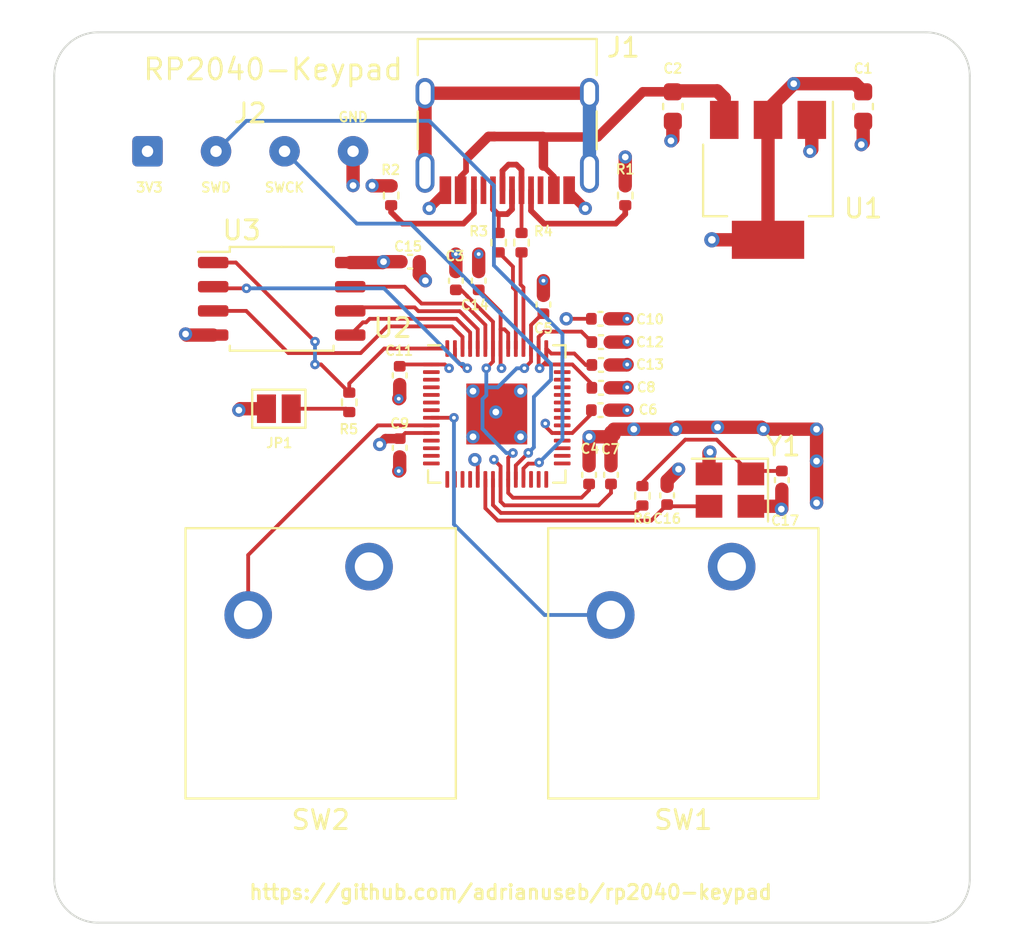
<source format=kicad_pcb>
(kicad_pcb (version 20211014) (generator pcbnew)
  (layers (0 "F.Cu" signal) (1 "In1.Cu" power) (2 "In2.Cu" power) (31 "B.Cu" signal) (34 "B.Paste" user) (35 "F.Paste" user) (36 "B.SilkS" user "B.Silkscreen") (37 "F.SilkS" user "F.Silkscreen") (38 "B.Mask" user) (39 "F.Mask" user) (44 "Edge.Cuts" user))
  (net 0 "")
  (net 1 "+3V3")
  (net 2 "GND")
  (net 3 "VBUS")
  (net 4 "+1V1")
  (net 5 "Net-(C16-Pad1)")
  (net 6 "Net-(C17-Pad1)")
  (net 7 "Net-(J1-PadA5)")
  (net 8 "/USB_D+")
  (net 9 "/USB_D-")
  (net 11 "Net-(J1-PadB5)")
  (net 13 "unconnected-(J1-PadS1)")
  (net 14 "/SWD")
  (net 15 "/SWCLK")
  (net 16 "/NUSB_BOOT")
  (net 17 "Net-(R3-Pad2)")
  (net 18 "Net-(R4-Pad1)")
  (net 19 "/QSPI_SS")
  (net 20 "Net-(R6-Pad2)")
  (net 21 "/KEY1")
  (net 22 "/KEY2")
  (net 52 "/QSPI_SD3")
  (net 53 "/QSPI_SCLK")
  (net 54 "/QSPI_SD0")
  (net 55 "/QSPI_SD2")
  (net 56 "/QSPI_SD1")
  (footprint "Capacitor_SMD:C_0402_1005Metric" (layer "F.Cu") (at 164.95 81 90)
    (fp_text reference "C7")
    (fp_text value "100n")
  )
  (footprint "Capacitor_SMD:C_0402_1005Metric" (layer "F.Cu") (at 164.425 75.225)
    (fp_text reference "C13")
    (fp_text value "100n")
  )
  (footprint "Capacitor_SMD:C_0603_1608Metric" (layer "F.Cu") (at 168.2 61.65 -90)
    (fp_text reference "C2")
    (fp_text value "22u")
  )
  (footprint "Capacitor_SMD:C_0402_1005Metric" (layer "F.Cu") (at 153.85 79.575 -90)
    (fp_text reference "C9")
    (fp_text value "100n")
  )
  (footprint "Capacitor_SMD:C_0402_1005Metric" (layer "F.Cu") (at 164.4 77.6)
    (fp_text reference "C6")
    (fp_text value "100n")
  )
  (footprint "Capacitor_SMD:C_0402_1005Metric" (layer "F.Cu") (at 164.425 76.425)
    (fp_text reference "C8")
    (fp_text value "100n")
  )
  (footprint "MountingHole:MountingHole_2.2mm_M2_DIN965" (layer "F.Cu") (at 138 102.225)
    (fp_text reference "H2" hide)
    (fp_text value "MountingHole")
  )
  (footprint "Crystal:Crystal_SMD_3225-4Pin_3.2x2.5mm" (layer "F.Cu") (at 171.2 81.8 180)
    (fp_text reference "Y1")
    (fp_text value "12Mhz")
  )
  (footprint "Resistor_SMD:R_0402_1005Metric" (layer "F.Cu") (at 160.25 68.8 90)
    (fp_text reference "R4")
    (fp_text value "27R4")
  )
  (footprint "Capacitor_SMD:C_0402_1005Metric" (layer "F.Cu") (at 163.8 81 90)
    (fp_text reference "C4")
    (fp_text value "100n")
  )
  (footprint "Switch_Keyboard_Cherry_MX:SW_Cherry_MX_PCB_1.00u" (layer "F.Cu") (at 149.7 90.9)
    (fp_text reference "SW2")
    (fp_text value "SW_Push")
  )
  (footprint "Package_DFN_QFN:QFN-56-1EP_7x7mm_P0.4mm_EP3.2x3.2mm" (layer "F.Cu") (at 158.95 77.8)
    (fp_text reference "U2")
    (fp_text value "RP2040")
  )
  (footprint "Package_SO:SOIC-8_5.23x5.23mm_P1.27mm" (layer "F.Cu") (at 147.65 71.75)
    (fp_text reference "U3")
    (fp_text value "W25Q128JVS")
  )
  (footprint "MountingHole:MountingHole_2.2mm_M2_DIN965" (layer "F.Cu") (at 181.5 60.05)
    (fp_text reference "H4" hide)
    (fp_text value "MountingHole")
  )
  (footprint "Capacitor_SMD:C_0402_1005Metric" (layer "F.Cu") (at 167.9 82.08 90)
    (fp_text reference "C16")
    (fp_text value "22p")
  )
  (footprint "Capacitor_SMD:C_0603_1608Metric" (layer "F.Cu") (at 178.2 61.65 -90)
    (fp_text reference "C1")
    (fp_text value "22u")
  )
  (footprint "Capacitor_SMD:C_0402_1005Metric" (layer "F.Cu") (at 158 70.8 90)
    (fp_text reference "C14")
    (fp_text value "1u")
  )
  (footprint "Capacitor_SMD:C_0402_1005Metric" (layer "F.Cu") (at 164.425 74.025)
    (fp_text reference "C12")
    (fp_text value "100n")
  )
  (footprint "Resistor_SMD:R_0402_1005Metric" (layer "F.Cu") (at 151.2 77.19 90)
    (fp_text reference "R5")
    (fp_text value "1k")
  )
  (footprint "Resistor_SMD:R_0402_1005Metric" (layer "F.Cu") (at 166.6 82.1 -90)
    (fp_text reference "R6")
    (fp_text value "1k")
  )
  (footprint "Capacitor_SMD:C_0402_1005Metric" (layer "F.Cu") (at 173.925 81.275 -90)
    (fp_text reference "C17")
    (fp_text value "22p")
  )
  (footprint "Connector_USB:USB_C_Receptacle_HRO_TYPE-C-31-M-12" (layer "F.Cu") (at 159.5 62 180)
    (fp_text reference "J1")
    (fp_text value "USB_C_Receptacle_USB2.0")
  )
  (footprint "Resistor_SMD:R_0402_1005Metric" (layer "F.Cu") (at 153.4 66.325 90)
    (fp_text reference "R2")
    (fp_text value "5k1")
  )
  (footprint "Capacitor_SMD:C_0402_1005Metric" (layer "F.Cu") (at 161.4 72.05 90)
    (fp_text reference "C5")
    (fp_text value "1u")
  )
  (footprint "Capacitor_SMD:C_0402_1005Metric" (layer "F.Cu") (at 154.4 69.8)
    (fp_text reference "C15")
    (fp_text value "100n")
  )
  (footprint "MountingHole:MountingHole_2.2mm_M2_DIN965" (layer "F.Cu") (at 138 60.05)
    (fp_text reference "H1" hide)
    (fp_text value "MountingHole")
  )
  (footprint "Package_TO_SOT_SMD:SOT-223-3_TabPin2" (layer "F.Cu") (at 173.2 65.5 -90)
    (fp_text reference "U1")
    (fp_text value "AMS1117-3.3" hide)
  )
  (footprint "Connector_Wire:SolderWire-0.1sqmm_1x04_P3.6mm_D0.4mm_OD1mm" (layer "F.Cu") (at 140.6 64)
    (fp_text reference "J2")
    (fp_text value "Conn_01x04_Male")
  )
  (footprint "Jumper:SolderJumper-2_P1.3mm_Open_Pad1.0x1.5mm" (layer "F.Cu") (at 147.5 77.525)
    (fp_text reference "JP1")
    (fp_text value "0")
  )
  (footprint "MountingHole:MountingHole_2.2mm_M2_DIN965" (layer "F.Cu") (at 181.5 102.225)
    (fp_text reference "H3" hide)
    (fp_text value "MountingHole")
  )
  (footprint "Capacitor_SMD:C_0402_1005Metric" (layer "F.Cu") (at 156.8 70.8 90)
    (fp_text reference "C3")
    (fp_text value "100n")
  )
  (footprint "Resistor_SMD:R_0402_1005Metric" (layer "F.Cu") (at 165.7 66.325 90)
    (fp_text reference "R1")
    (fp_text value "5k1")
  )
  (footprint "Capacitor_SMD:C_0402_1005Metric" (layer "F.Cu") (at 164.4 72.8)
    (fp_text reference "C10")
    (fp_text value "100n")
  )
  (footprint "Resistor_SMD:R_0402_1005Metric" (layer "F.Cu") (at 159.05 68.8 -90)
    (fp_text reference "R3")
    (fp_text value "27R4")
  )
  (footprint "Capacitor_SMD:C_0402_1005Metric" (layer "F.Cu") (at 153.85 75.775 -90)
    (fp_text reference "C11")
    (fp_text value "100n")
  )
  (footprint "Switch_Keyboard_Cherry_MX:SW_Cherry_MX_PCB_1.00u" (layer "F.Cu") (at 168.75 90.9)
    (fp_text reference "SW1")
    (fp_text value "SW_Push")
  )
  (gr_line (start 183.8 60.05) (end 183.8 102.275) (layer "Edge.Cuts") (width 0.1))
  (gr_arc (start 183.8 102.275) (mid 183.126572 103.851572) (end 181.55 104.525) (layer "Edge.Cuts") (width 0.1))
  (gr_arc (start 181.5 57.75) (mid 183.126346 58.423654) (end 183.8 60.05) (layer "Edge.Cuts") (width 0.1))
  (gr_line (start 138 57.75) (end 181.5 57.75) (layer "Edge.Cuts") (width 0.1))
  (gr_line (start 135.7 60.05) (end 135.7 102.225) (layer "Edge.Cuts") (width 0.1))
  (gr_line (start 138 104.525) (end 181.55 104.525) (layer "Edge.Cuts") (width 0.1))
  (gr_arc (start 138 104.525) (mid 136.373654 103.851346) (end 135.7 102.225) (layer "Edge.Cuts") (width 0.1))
  (gr_arc (start 135.7 60.05) (mid 136.373654 58.423654) (end 138 57.75) (layer "Edge.Cuts") (width 0.1))
  (gr_text "GND" (at 151.4 62.2) (layer "F.SilkS") (effects (font (size 0.5 0.5) (thickness 0.1))))
  (gr_text "SWCK" (at 147.8 65.9) (layer "F.SilkS") (effects (font (size 0.5 0.5) (thickness 0.1))))
  (gr_text "3V3" (at 140.7 65.9) (layer "F.SilkS") (effects (font (size 0.5 0.5) (thickness 0.1))))
  (gr_text "https://github.com/adrianuseb/rp2040-keypad" (at 159.68 102.925) (layer "F.SilkS") (effects (font (size 0.75 0.75))))
  (gr_text "RP2040-Keypad" (at 147.2 59.695) (layer "F.SilkS") (effects (font (size 1.1 1.1))))
  (gr_text "SWD" (at 144.2 65.9) (layer "F.SilkS") (effects (font (size 0.5 0.5) (thickness 0.1))))
  (segment (start 161.5 78.3) (end 161.5 78.444975) (width 0.2) (layer "F.Cu") (net 1))
  (segment (start 159.55 74.3625) (end 159.55 73.55) (width 0.2) (layer "F.Cu") (net 1))
  (segment (start 163.625 75.225) (end 163.025 74.625) (width 0.2) (layer "F.Cu") (net 1))
  (segment (start 153.85 79.095) (end 153.105 79.095) (width 0.5) (layer "F.Cu") (net 1))
  (segment (start 156.222888 75.2) (end 155.5125 75.2) (width 0.2) (layer "F.Cu") (net 1))
  (segment (start 159.15 81.2375) (end 159.15 80.55) (width 0.2) (layer "F.Cu") (net 1))
  (segment (start 162.919975 78.8) (end 162.3875 78.8) (width 0.2) (layer "F.Cu") (net 1))
  (segment (start 161.8125 74.625) (end 161.55 74.3625) (width 0.2) (layer "F.Cu") (net 1))
  (segment (start 161.15 73.75) (end 161.425 73.475) (width 0.2) (layer "F.Cu") (net 1))
  (segment (start 161.5 78.444975) (end 161.855025 78.8) (width 0.2) (layer "F.Cu") (net 1))
  (segment (start 173.2 61.8) (end 174.55 60.45) (width 0.7) (layer "F.Cu") (net 1))
  (segment (start 161.2 75.4) (end 161.15 75.35) (width 0.2) (layer "F.Cu") (net 1))
  (segment (start 163.795 75.2) (end 163.945 75.35) (width 0.2) (layer "F.Cu") (net 1))
  (segment (start 163.025 74.625) (end 161.8125 74.625) (width 0.2) (layer "F.Cu") (net 1))
  (segment (start 159.15 80.55) (end 158.8 80.2) (width 0.2) (layer "F.Cu") (net 1))
  (segment (start 163.945 76.425) (end 163.945 76.225025) (width 0.2) (layer "F.Cu") (net 1))
  (segment (start 177.775 60.45) (end 178.2 60.875) (width 0.7) (layer "F.Cu") (net 1))
  (segment (start 163.92 77.799975) (end 162.919975 78.8) (width 0.2) (layer "F.Cu") (net 1))
  (segment (start 159.15 72.43) (end 158 71.28) (width 0.2) (layer "F.Cu") (net 1))
  (segment (start 163.945 76.225025) (end 162.919975 75.2) (width 0.2) (layer "F.Cu") (net 1))
  (segment (start 164.95 81.95) (end 164.95 81.48) (width 0.2) (layer "F.Cu") (net 1))
  (segment (start 163.625 75.225) (end 163.945 75.225) (width 0.2) (layer "F.Cu") (net 1))
  (segment (start 152.955 69.845) (end 153 69.8) (width 0.7) (layer "F.Cu") (net 1))
  (segment (start 162.919975 75.2) (end 162.3875 75.2) (width 0.2) (layer "F.Cu") (net 1))
  (segment (start 161.4 75.2) (end 161.2 75.4) (width 0.2) (layer "F.Cu") (net 1))
  (segment (start 161.925 73.475) (end 163.395 73.475) (width 0.2) (layer "F.Cu") (net 1))
  (segment (start 153.945 75.2) (end 153.85 75.295) (width 0.2) (layer "F.Cu") (net 1))
  (segment (start 161.55 74.3625) (end 161.55 75.05) (width 0.2) (layer "F.Cu") (net 1))
  (segment (start 162.3875 75.2) (end 161.4 75.2) (width 0.2) (layer "F.Cu") (net 1))
  (segment (start 163.92 72.8) (end 162.6 72.8) (width 0.2) (layer "F.Cu") (net 1))
  (segment (start 163.92 77.6) (end 163.92 77.799975) (width 0.2) (layer "F.Cu") (net 1))
  (segment (start 161.855025 78.8) (end 162.3875 78.8) (width 0.2) (layer "F.Cu") (net 1))
  (segment (start 159.35 82.6) (end 164.3 82.6) (width 0.2) (layer "F.Cu") (net 1))
  (segment (start 161.55 75.05) (end 161.2 75.4) (width 0.2) (layer "F.Cu") (net 1))
  (segment (start 154.145 78.8) (end 153.85 79.095) (width 0.2) (layer "F.Cu") (net 1))
  (segment (start 164.3 82.6) (end 164.95 81.95) (width 0.2) (layer "F.Cu") (net 1))
  (segment (start 163.395 73.475) (end 163.945 74.025) (width 0.2) (layer "F.Cu") (net 1))
  (segment (start 159.15 81.2375) (end 159.15 82.4) (width 0.2) (layer "F.Cu") (net 1))
  (segment (start 159.15 74.3625) (end 159.15 73.35) (width 0.2) (layer "F.Cu") (net 1))
  (segment (start 159.15 73.35) (end 159.15 72.43) (width 0.2) (layer "F.Cu") (net 1))
  (segment (start 159.15 74.3625) (end 159.15 75.35) (width 0.2) (layer "F.Cu") (net 1))
  (segment (start 156.445027 75.422139) (end 156.222888 75.2) (width 0.2) (layer "F.Cu") (net 1))
  (segment (start 151.25 69.845) (end 152.955 69.845) (width 0.7) (layer "F.Cu") (net 1))
  (segment (start 173.2 62.35) (end 173.2 68.65) (width 0.7) (layer "F.Cu") (net 1))
  (segment (start 161.425 73.475) (end 161.925 73.475) (width 0.2) (layer "F.Cu") (net 1))
  (segment (start 159.55 73.55) (end 159.35 73.35) (width 0.2) (layer "F.Cu") (net 1))
  (segment (start 173.2 62.35) (end 173.2 61.8) (width 0.7) (layer "F.Cu") (net 1))
  (segment (start 161.15 75.35) (end 161.15 74.3625) (width 0.2) (layer "F.Cu") (net 1))
  (segment (start 153.105 79.095) (end 152.8 79.4) (width 0.5) (layer "F.Cu") (net 1))
  (segment (start 159.15 75.35) (end 159.2 75.4) (width 0.2) (layer "F.Cu") (net 1))
  (segment (start 155.5125 78.8) (end 154.145 78.8) (width 0.2) (layer "F.Cu") (net 1))
  (segment (start 173.2 68.65) (end 170.25 68.65) (width 0.7) (layer "F.Cu") (net 1))
  (segment (start 155.5125 75.2) (end 153.945 75.2) (width 0.2) (layer "F.Cu") (net 1))
  (segment (start 159.15 82.4) (end 159.35 82.6) (width 0.2) (layer "F.Cu") (net 1))
  (segment (start 174.55 60.45) (end 177.775 60.45) (width 0.7) (layer "F.Cu") (net 1))
  (segment (start 161.15 74.3625) (end 161.15 73.75) (width 0.2) (layer "F.Cu") (net 1))
  (segment (start 153.92 69.8) (end 153 69.8) (width 0.7) (layer "F.Cu") (net 1))
  (segment (start 159.35 73.35) (end 159.15 73.35) (width 0.2) (layer "F.Cu") (net 1))
  (via (at 162.6 72.8) (size 0.7) (drill 0.35) (layers "F.Cu" "B.Cu") (net 1))
  (via (at 153 69.8) (size 0.7) (drill 0.35) (layers "F.Cu" "B.Cu") (net 1))
  (via (at 174.55 60.45) (size 0.7) (drill 0.35) (layers "F.Cu" "B.Cu") (net 1))
  (via (at 159.2 75.4) (size 0.5) (drill 0.2) (layers "F.Cu" "B.Cu") (net 1))
  (via (at 170.25 68.65) (size 0.8) (drill 0.4) (layers "F.Cu" "B.Cu") (net 1))
  (via (at 161.5 78.3) (size 0.5) (drill 0.2) (layers "F.Cu" "B.Cu") (net 1))
  (via (at 161.2 75.4) (size 0.5) (drill 0.2) (layers "F.Cu" "B.Cu") (net 1))
  (via (at 152.8 79.4) (size 0.7) (drill 0.35) (layers "F.Cu" "B.Cu") (net 1))
  (via (at 158.8 80.2) (size 0.5) (drill 0.2) (layers "F.Cu" "B.Cu") (net 1))
  (via (at 156.445027 75.4) (size 0.5) (drill 0.2) (layers "F.Cu" "B.Cu") (net 1))
  (segment (start 164.905 76.425) (end 165.775 76.425) (width 0.7) (layer "F.Cu") (net 2))
  (segment (start 173.925 82.775) (end 173.9 82.8) (width 0.7) (layer "F.Cu") (net 2))
  (segment (start 165.775 76.425) (end 165.8 76.4) (width 0.7) (layer "F.Cu") (net 2))
  (segment (start 157.95 81.2375) (end 157.95 80.35) (width 0.2) (layer "F.Cu") (net 2))
  (segment (start 173.925 81.755) (end 173.925 82.775) (width 0.7) (layer "F.Cu") (net 2))
  (segment (start 152.415 65.815) (end 152.4 65.8) (width 0.7) (layer "F.Cu") (net 2))
  (segment (start 165.775 75.225) (end 165.8 75.2) (width 0.7) (layer "F.Cu") (net 2))
  (segment (start 164.88 77.6) (end 165.8 77.6) (width 0.7) (layer "F.Cu") (net 2))
  (segment (start 168.4495 78.5005) (end 168.35 78.6) (width 0.7) (layer "F.Cu") (net 2))
  (segment (start 167.9 81.3) (end 168.5 80.7) (width 0.7) (layer "F.Cu") (net 2))
  (segment (start 163.8 79) (end 163.8 80.52) (width 0.7) (layer "F.Cu") (net 2))
  (segment (start 170.1 79.85) (end 170.15 79.8) (width 0.7) (layer "F.Cu") (net 2))
  (segment (start 153.4 65.815) (end 152.415 65.815) (width 0.7) (layer "F.Cu") (net 2))
  (segment (start 165.7 65.815) (end 165.7 64.3) (width 0.7) (layer "F.Cu") (net 2))
  (segment (start 165.775 74.025) (end 165.8 74) (width 0.7) (layer "F.Cu") (net 2))
  (segment (start 165 79) (end 165.1 78.9) (width 0.7) (layer "F.Cu") (net 2))
  (segment (start 164.95 80.52) (end 164.95 78.75) (width 0.7) (layer "F.Cu") (net 2))
  (segment (start 145.475 77.525) (end 145.4 77.6) (width 0.7) (layer "F.Cu") (net 2))
  (segment (start 153.85 76.95) (end 153.8 77) (width 0.7) (layer "F.Cu") (net 2))
  (segment (start 175.75 82.475) (end 175.75 80.275) (width 0.7) (layer "F.Cu") (net 2))
  (segment (start 164.95 79.05) (end 165.1 78.9) (width 0.7) (layer "F.Cu") (net 2))
  (segment (start 173.75 82.65) (end 173.9 82.8) (width 0.7) (layer "F.Cu") (net 2))
  (segment (start 158 70.32) (end 158 69.4) (width 0.7) (layer "F.Cu") (net 2))
  (segment (start 162.75 66.15) (end 163.6 67) (width 0.5) (layer "F.Cu") (net 2))
  (segment (start 153.85 80.055) (end 153.85 80.75) (width 0.7) (layer "F.Cu") (net 2))
  (segment (start 163.8 79) (end 165 79) (width 0.7) (layer "F.Cu") (net 2))
  (segment (start 157.95 80.35) (end 157.8 80.2) (width 0.2) (layer "F.Cu") (net 2))
  (segment (start 172.3 82.65) (end 173.75 82.65) (width 0.7) (layer "F.Cu") (net 2))
  (segment (start 153.85 76.255) (end 153.85 76.95) (width 0.7) (layer "F.Cu") (net 2))
  (segment (start 154.88 70.48) (end 155.2 70.8) (width 0.7) (layer "F.Cu") (net 2))
  (segment (start 156.25 66.045) (end 156.25 66.15) (width 0.5) (layer "F.Cu") (net 2))
  (segment (start 164.88 72.8) (end 165.8 72.8) (width 0.7) (layer "F.Cu") (net 2))
  (segment (start 172.8505 78.5005) (end 170.55 78.5005) (width 0.7) (layer "F.Cu") (net 2))
  (segment (start 142.655 73.655) (end 142.6 73.6) (width 0.7) (layer "F.Cu") (net 2))
  (segment (start 164.905 75.225) (end 165.775 75.225) (width 0.7) (layer "F.Cu") (net 2))
  (segment (start 175.75 80.275) (end 175.75 78.6) (width 0.7) (layer "F.Cu") (net 2))
  (segment (start 172.95 78.6) (end 172.8505 78.5005) (width 0.7) (layer "F.Cu") (net 2))
  (segment (start 146.85 77.525) (end 145.475 77.525) (width 0.7) (layer "F.Cu") (net 2))
  (segment (start 178.2 62.425) (end 178.2 63.55) (width 0.7) (layer "F.Cu") (net 2))
  (segment (start 178.2 63.55) (end 178.1 63.65) (width 0.7) (layer "F.Cu") (net 2))
  (segment (start 144.05 73.655) (end 142.655 73.655) (width 0.7) (layer "F.Cu") (net 2))
  (segment (start 164.905 74.025) (end 165.775 74.025) (width 0.7) (layer "F.Cu") (net 2))
  (segment (start 168.2 62.425) (end 168.2 63.35) (width 0.7) (layer "F.Cu") (net 2))
  (segment (start 162.75 66.045) (end 162.75 66.15) (width 0.5) (layer "F.Cu") (net 2))
  (segment (start 161.4 71.57) (end 161.4 70.8) (width 0.7) (layer "F.Cu") (net 2))
  (segment (start 170.55 78.5005) (end 168.4495 78.5005) (width 0.7) (layer "F.Cu") (net 2))
  (segment (start 175.75 78.6) (end 172.95 78.6) (width 0.7) (layer "F.Cu") (net 2))
  (segment (start 168.2 63.35) (end 168.1 63.45) (width 0.7) (layer "F.Cu") (net 2))
  (segment (start 156.8 70.32) (end 156.8 69.4) (width 0.7) (layer "F.Cu") (net 2))
  (segment (start 175.5 63.9) (end 175.4 64) (width 0.7) (layer "F.Cu") (net 2))
  (segment (start 156.25 66.15) (end 155.4 67) (width 0.5) (layer "F.Cu") (net 2))
  (segment (start 154.88 69.8) (end 154.88 70.48) (width 0.7) (layer "F.Cu") (net 2))
  (segment (start 151.4 64) (end 151.4 65.8) (width 0.7) (layer "F.Cu") (net 2))
  (segment (start 168.35 78.6) (end 166.15 78.6) (width 0.7) (layer "F.Cu") (net 2))
  (segment (start 167.9 81.6) (end 167.9 81.3) (width 0.7) (layer "F.Cu") (net 2))
  (segment (start 175.5 62.35) (end 175.5 63.9) (width 0.7) (layer "F.Cu") (net 2))
  (segment (start 153.85 80.75) (end 153.8 80.8) (width 0.7) (layer "F.Cu") (net 2))
  (segment (start 170.1 80.95) (end 170.1 79.85) (width 0.7) (layer "F.Cu") (net 2))
  (segment (start 165.1 78.6) (end 166.15 78.6) (width 0.7) (layer "F.Cu") (net 2))
  (via (at 153.8 77) (size 0.5) (drill 0.2) (layers "F.Cu" "B.Cu") (net 2))
  (via (at 165.7 64.3) (size 0.7) (drill 0.35) (layers "F.Cu" "B.Cu") (net 2))
  (via (at 163.8 79) (size 0.7) (drill 0.35) (layers "F.Cu" "B.Cu") (net 2))
  (via (at 157.7 76.6) (size 0.7) (drill 0.35) (layers "F.Cu" "B.Cu") (net 2))
  (via (at 175.4 64) (size 0.7) (drill 0.35) (layers "F.Cu" "B.Cu") (net 2))
  (via (at 175.75 80.275) (size 0.7) (drill 0.35) (layers "F.Cu" "B.Cu") (net 2))
  (via (at 170.55 78.5005) (size 0.7) (drill 0.35) (layers "F.Cu" "B.Cu") (net 2))
  (via (at 157.7 79) (size 0.7) (drill 0.35) (layers "F.Cu" "B.Cu") (net 2))
  (via (at 165.8 74) (size 0.5) (drill 0.2) (layers "F.Cu" "B.Cu") (net 2))
  (via (at 152.4 65.8) (size 0.7) (drill 0.35) (layers "F.Cu" "B.Cu") (net 2))
  (via (at 160.2 76.6) (size 0.7) (drill 0.35) (layers "F.Cu" "B.Cu") (net 2))
  (via (at 160.2 79) (size 0.7) (drill 0.35) (layers "F.Cu" "B.Cu") (net 2))
  (via (at 151.4 65.8) (size 0.7) (drill 0.35) (layers "F.Cu" "B.Cu") (net 2))
  (via (at 161.4 70.8) (size 0.5) (drill 0.2) (layers "F.Cu" "B.Cu") (net 2))
  (via (at 166.15 78.6) (size 0.7) (drill 0.35) (layers "F.Cu" "B.Cu") (net 2))
  (via (at 168.5 80.7) (size 0.7) (drill 0.35) (layers "F.Cu" "B.Cu") (net 2))
  (via (at 178.1 63.65) (size 0.7) (drill 0.35) (layers "F.Cu" "B.Cu") (net 2))
  (via (at 153.8 80.8) (size 0.5) (drill 0.2) (layers "F.Cu" "B.Cu") (net 2))
  (via (at 158 69.4) (size 0.5) (drill 0.2) (layers "F.Cu" "B.Cu") (net 2))
  (via (at 165.8 72.8) (size 0.5) (drill 0.2) (layers "F.Cu" "B.Cu") (net 2))
  (via (at 145.4 77.6) (size 0.7) (drill 0.35) (layers "F.Cu" "B.Cu") (net 2))
  (via (at 175.75 78.6) (size 0.7) (drill 0.35) (layers "F.Cu" "B.Cu") (net 2))
  (via (at 163.6 67) (size 0.7) (drill 0.35) (layers "F.Cu" "B.Cu") (net 2))
  (via (at 165.8 77.6) (size 0.5) (drill 0.2) (layers "F.Cu" "B.Cu") (net 2))
  (via (at 175.75 82.475) (size 0.7) (drill 0.35) (layers "F.Cu" "B.Cu") (net 2))
  (via (at 142.6 73.6) (size 0.7) (drill 0.35) (layers "F.Cu" "B.Cu") (net 2))
  (via (at 170.15 79.8) (size 0.7) (drill 0.35) (layers "F.Cu" "B.Cu") (net 2))
  (via (at 158.9 77.7) (size 0.7) (drill 0.35) (layers "F.Cu" "B.Cu") (net 2))
  (via (at 155.2 70.8) (size 0.7) (drill 0.35) (layers "F.Cu" "B.Cu") (net 2))
  (via (at 168.1 63.45) (size 0.7) (drill 0.35) (layers "F.Cu" "B.Cu") (net 2))
  (via (at 165.8 75.2) (size 0.5) (drill 0.2) (layers "F.Cu" "B.Cu") (net 2))
  (via (at 172.95 78.6) (size 0.7) (drill 0.35) (layers "F.Cu" "B.Cu") (net 2))
  (via (at 173.9 82.8) (size 0.7) (drill 0.35) (layers "F.Cu" "B.Cu") (net 2))
  (via (at 155.4 67) (size 0.7) (drill 0.35) (layers "F.Cu" "B.Cu") (net 2))
  (via (at 165.8 76.4) (size 0.5) (drill 0.2) (layers "F.Cu" "B.Cu") (net 2))
  (via (at 157.8 80.2) (size 0.7) (drill 0.35) (layers "F.Cu" "B.Cu") (net 2))
  (via (at 156.8 69.4) (size 0.5) (drill 0.2) (layers "F.Cu" "B.Cu") (net 2))
  (via (at 168.35 78.6) (size 0.7) (drill 0.35) (layers "F.Cu" "B.Cu") (net 2))
  (segment (start 170.9 61.2) (end 170.525 60.825) (width 0.7) (layer "F.Cu") (net 3))
  (segment (start 161.95 65.325001) (end 161.4 64.775001) (width 0.3) (layer "F.Cu") (net 3))
  (segment (start 157.05 66.045) (end 157.05 65.325001) (width 0.3) (layer "F.Cu") (net 3))
  (segment (start 157.335001 65.04) (end 157.335001 64.4) (width 0.3) (layer "F.Cu") (net 3))
  (segment (start 157.05 65.325001) (end 157.335001 65.04) (width 0.3) (layer "F.Cu") (net 3))
  (segment (start 161.4 63.25) (end 161.4 64.775001) (width 0.5) (layer "F.Cu") (net 3))
  (segment (start 170.525 60.825) (end 168.2 60.825) (width 0.7) (layer "F.Cu") (net 3))
  (segment (start 161.375 63.225) (end 161.4 63.25) (width 0.5) (layer "F.Cu") (net 3))
  (segment (start 161.95 66.045) (end 161.95 65.325001) (width 0.3) (layer "F.Cu") (net 3))
  (segment (start 161.375 63.225) (end 158.825 63.225) (width 0.5) (layer "F.Cu") (net 3))
  (segment (start 164.25 63.25) (end 166.625 60.875) (width 0.5) (layer "F.Cu") (net 3))
  (segment (start 157.335001 64.4) (end 158.510001 63.225) (width 0.3) (layer "F.Cu") (net 3))
  (segment (start 166.625 60.875) (end 168.2 60.875) (width 0.5) (layer "F.Cu") (net 3))
  (segment (start 158.510002 63.225) (end 157.467501 64.267501) (width 0.5) (layer "F.Cu") (net 3))
  (segment (start 158.825 63.225) (end 158.510002 63.225) (width 0.5) (layer "F.Cu") (net 3))
  (segment (start 158.825 63.225) (end 158.510001 63.225) (width 0.5) (layer "F.Cu") (net 3))
  (segment (start 170.9 61.55) (end 170.9 61.2) (width 0.7) (layer "F.Cu") (net 3))
  (segment (start 161.4 63.25) (end 164.25 63.25) (width 0.5) (layer "F.Cu") (net 3))
  (segment (start 159.55 80.099502) (end 159.55 81.2375) (width 0.2) (layer "F.Cu") (net 4))
  (segment (start 159.8 82.2) (end 163.4 82.2) (width 0.2) (layer "F.Cu") (net 4))
  (segment (start 159.8 79.849502) (end 159.55 80.099502) (width 0.2) (layer "F.Cu") (net 4))
  (segment (start 157.39 71.602254) (end 157.39 71.596127) (width 0.2) (layer "F.Cu") (net 4))
  (segment (start 158.75 74.3625) (end 158.75 72.956127) (width 0.2) (layer "F.Cu") (net 4))
  (segment (start 157.073873 71.28) (end 156.8 71.28) (width 0.2) (layer "F.Cu") (net 4))
  (segment (start 157.39 71.596127) (end 157.073873 71.28) (width 0.2) (layer "F.Cu") (net 4))
  (segment (start 163.8 81.8) (end 163.8 81.48) (width 0.2) (layer "F.Cu") (net 4))
  (segment (start 158.75 75.05) (end 158.4 75.4) (width 0.2) (layer "F.Cu") (net 4))
  (segment (start 160.75 73.13) (end 161.35 72.53) (width 0.2) (layer "F.Cu") (net 4))
  (segment (start 160.75 75.05) (end 160.4 75.4) (width 0.2) (layer "F.Cu") (net 4))
  (segment (start 160.75 74.3625) (end 160.75 73.13) (width 0.2) (layer "F.Cu") (net 4))
  (segment (start 159.55 81.2375) (end 159.55 81.95) (width 0.2) (layer "F.Cu") (net 4))
  (segment (start 157.653873 71.86) (end 157.647746 71.86) (width 0.2) (layer "F.Cu") (net 4))
  (segment (start 157.647746 71.86) (end 157.39 71.602254) (width 0.2) (layer "F.Cu") (net 4))
  (segment (start 160.75 74.3625) (end 160.75 75.05) (width 0.2) (layer "F.Cu") (net 4))
  (segment (start 159.55 81.95) (end 159.8 82.2) (width 0.2) (layer "F.Cu") (net 4))
  (segment (start 158.75 72.956127) (end 157.653873 71.86) (width 0.2) (layer "F.Cu") (net 4))
  (segment (start 163.4 82.2) (end 163.8 81.8) (width 0.2) (layer "F.Cu") (net 4))
  (segment (start 158.75 74.3625) (end 158.75 75.05) (width 0.2) (layer "F.Cu") (net 4))
  (via (at 158.4 75.4) (size 0.5) (drill 0.2) (layers "F.Cu" "B.Cu") (net 4))
  (via (at 159.8 79.849502) (size 0.5) (drill 0.2) (layers "F.Cu" "B.Cu") (net 4))
  (via (at 160.4 75.4) (size 0.5) (drill 0.2) (layers "F.Cu" "B.Cu") (net 4))
  (segment (start 159.449502 79.849502) (end 159.8 79.849502) (width 0.2) (layer "B.Cu") (net 4))
  (segment (start 158.4 78.8) (end 159.449502 79.849502) (width 0.2) (layer "B.Cu") (net 4))
  (segment (start 158.4 78.780761) (end 158.4 78.8) (width 0.2) (layer "B.Cu") (net 4))
  (segment (start 158.4 76.4) (end 158.4 76.819239) (width 0.2) (layer "B.Cu") (net 4))
  (segment (start 158.4 76.819239) (end 158.2 77.019239) (width 0.2) (layer "B.Cu") (net 4))
  (segment (start 159 76.4) (end 158.4 76.4) (width 0.2) (layer "B.Cu") (net 4))
  (segment (start 158.2 77.019239) (end 158.2 78.580761) (width 0.2) (layer "B.Cu") (net 4))
  (segment (start 160.4 75.4) (end 160 75.4) (width 0.2) (layer "B.Cu") (net 4))
  (segment (start 158.2 78.580761) (end 158.4 78.780761) (width 0.2) (layer "B.Cu") (net 4))
  (segment (start 160 75.4) (end 159 76.4) (width 0.2) (layer "B.Cu") (net 4))
  (segment (start 158.4 75.4) (end 158.4 76.4) (width 0.2) (layer "B.Cu") (net 4))
  (segment (start 170.1 82.65) (end 167.99 82.65) (width 0.2) (layer "F.Cu") (net 5))
  (segment (start 158.35 82.75) (end 158.35 81.2375) (width 0.2) (layer "F.Cu") (net 5))
  (segment (start 167.99 82.65) (end 167.9 82.56) (width 0.2) (layer "F.Cu") (net 5))
  (segment (start 159 83.4) (end 158.35 82.75) (width 0.2) (layer "F.Cu") (net 5))
  (segment (start 167.9 82.56) (end 167.06 83.4) (width 0.2) (layer "F.Cu") (net 5))
  (segment (start 167.06 83.4) (end 159 83.4) (width 0.2) (layer "F.Cu") (net 5))
  (segment (start 170.5 79.15) (end 168.85 79.15) (width 0.2) (layer "F.Cu") (net 6))
  (segment (start 168.85 79.15) (end 166.6 81.4) (width 0.2) (layer "F.Cu") (net 6))
  (segment (start 166.6 81.4) (end 166.6 81.59) (width 0.2) (layer "F.Cu") (net 6))
  (segment (start 173.925 80.795) (end 172.455 80.795) (width 0.2) (layer "F.Cu") (net 6))
  (segment (start 172.455 80.795) (end 172.3 80.95) (width 0.2) (layer "F.Cu") (net 6))
  (segment (start 172.3 80.95) (end 170.5 79.15) (width 0.2) (layer "F.Cu") (net 6))
  (segment (start 165.2 67.8) (end 165.7 67.3) (width 0.3) (layer "F.Cu") (net 7))
  (segment (start 161.43 67.8) (end 165.2 67.8) (width 0.3) (layer "F.Cu") (net 7))
  (segment (start 160.75 66.045) (end 160.75 67.12) (width 0.3) (layer "F.Cu") (net 7))
  (segment (start 165.7 67.3) (end 165.7 66.835) (width 0.3) (layer "F.Cu") (net 7))
  (segment (start 160.75 67.12) (end 161.43 67.8) (width 0.3) (layer "F.Cu") (net 7))
  (segment (start 159.05 68.29) (end 159.05 67.35) (width 0.2) (layer "F.Cu") (net 8))
  (segment (start 159.75 67.05) (end 159.5 67.3) (width 0.3) (layer "F.Cu") (net 8))
  (segment (start 158.75 67.05) (end 158.75 66.045) (width 0.3) (layer "F.Cu") (net 8))
  (segment (start 159.5 67.3) (end 159 67.3) (width 0.3) (layer "F.Cu") (net 8))
  (segment (start 159 67.3) (end 158.75 67.05) (width 0.3) (layer "F.Cu") (net 8))
  (segment (start 159.05 67.35) (end 159 67.3) (width 0.2) (layer "F.Cu") (net 8))
  (segment (start 159.75 66.045) (end 159.75 67.05) (width 0.3) (layer "F.Cu") (net 8))
  (segment (start 159.98 64.7) (end 160.25 64.97) (width 0.3) (layer "F.Cu") (net 9))
  (segment (start 159.57 64.7) (end 159.98 64.7) (width 0.3) (layer "F.Cu") (net 9))
  (segment (start 160.25 68.29) (end 160.25 66.045) (width 0.2) (layer "F.Cu") (net 9))
  (segment (start 160.25 64.97) (end 160.25 66.045) (width 0.3) (layer "F.Cu") (net 9))
  (segment (start 159.25 66.045) (end 159.25 65.02) (width 0.3) (layer "F.Cu") (net 9))
  (segment (start 159.25 65.02) (end 159.57 64.7) (width 0.3) (layer "F.Cu") (net 9))
  (segment (start 157.75 66.045) (end 157.75 67.25) (width 0.3) (layer "F.Cu") (net 11))
  (segment (start 154 67.8) (end 153.4 67.2) (width 0.3) (layer "F.Cu") (net 11))
  (segment (start 157.2 67.8) (end 154 67.8) (width 0.3) (layer "F.Cu") (net 11))
  (segment (start 153.4 67.2) (end 153.4 66.835) (width 0.3) (layer "F.Cu") (net 11))
  (segment (start 157.75 67.25) (end 157.2 67.8) (width 0.3) (layer "F.Cu") (net 11))
  (segment (start 155.18 60.95) (end 163.82 60.95) (width 0.7) (layer "F.Cu") (net 13))
  (segment (start 155.18 65.13) (end 155.18 60.95) (width 0.7) (layer "F.Cu") (net 13))
  (segment (start 163.82 60.95) (end 163.82 65.13) (width 0.7) (layer "B.Cu") (net 13))
  (segment (start 161.116695 80.408735) (end 161.17493 80.3505) (width 0.2) (layer "F.Cu") (net 14))
  (segment (start 160.35 81.2375) (end 160.35 80.667471) (width 0.2) (layer "F.Cu") (net 14))
  (segment (start 160.608736 80.408735) (end 161.116695 80.408735) (width 0.2) (layer "F.Cu") (net 14))
  (segment (start 160.35 80.667471) (end 160.608736 80.408735) (width 0.2) (layer "F.Cu") (net 14))
  (via (at 161.17493 80.3505) (size 0.5) (drill 0.2) (layers "F.Cu" "B.Cu") (net 14))
  (segment (start 145.8 62.4) (end 144.2 64) (width 0.2) (layer "B.Cu") (net 14))
  (segment (start 158.8 70) (end 158.8 65.8) (width 0.2) (layer "B.Cu") (net 14))
  (segment (start 158.8 65.8) (end 155.4 62.4) (width 0.2) (layer "B.Cu") (net 14))
  (segment (start 162.4 73.6) (end 158.8 70) (width 0.2) (layer "B.Cu") (net 14))
  (segment (start 161.17493 80.3505) (end 162.4 79.12543) (width 0.2) (layer "B.Cu") (net 14))
  (segment (start 162.4 79.12543) (end 162.4 73.6) (width 0.2) (layer "B.Cu") (net 14))
  (segment (start 155.4 62.4) (end 145.8 62.4) (width 0.2) (layer "B.Cu") (net 14))
  (segment (start 159.95 80.501785) (end 160.605754 79.846031) (width 0.2) (layer "F.Cu") (net 15))
  (segment (start 159.95 81.2375) (end 159.95 80.501785) (width 0.2) (layer "F.Cu") (net 15))
  (via (at 160.605754 79.846031) (size 0.5) (drill 0.2) (layers "F.Cu" "B.Cu") (net 15))
  (segment (start 161.8 75.177818) (end 154.422182 67.8) (width 0.2) (layer "B.Cu") (net 15))
  (segment (start 160.9 79.551785) (end 160.9 76.9) (width 0.2) (layer "B.Cu") (net 15))
  (segment (start 151.6 67.8) (end 147.8 64) (width 0.2) (layer "B.Cu") (net 15))
  (segment (start 161.8 76) (end 161.8 75.177818) (width 0.2) (layer "B.Cu") (net 15))
  (segment (start 154.422182 67.8) (end 151.6 67.8) (width 0.2) (layer "B.Cu") (net 15))
  (segment (start 160.605754 79.846031) (end 160.9 79.551785) (width 0.2) (layer "B.Cu") (net 15))
  (segment (start 160.9 76.9) (end 161.8 76) (width 0.2) (layer "B.Cu") (net 15))
  (segment (start 151.2 77.7) (end 151.025 77.525) (width 0.2) (layer "F.Cu") (net 16))
  (segment (start 151.025 77.525) (end 148.15 77.525) (width 0.2) (layer "F.Cu") (net 16))
  (segment (start 159.95 71.315686) (end 159.8 71.165685) (width 0.2) (layer "F.Cu") (net 17))
  (segment (start 159.8 71.165685) (end 159.8 70.06) (width 0.2) (layer "F.Cu") (net 17))
  (segment (start 159.8 70.06) (end 159.05 69.31) (width 0.2) (layer "F.Cu") (net 17))
  (segment (start 159.95 74.3625) (end 159.95 71.315686) (width 0.2) (layer "F.Cu") (net 17))
  (segment (start 160.35 74.3625) (end 160.35 71.15) (width 0.2) (layer "F.Cu") (net 18))
  (segment (start 160.35 71.15) (end 160.2 71) (width 0.2) (layer "F.Cu") (net 18))
  (segment (start 160.2 71) (end 160.2 69.36) (width 0.2) (layer "F.Cu") (net 18))
  (segment (start 160.2 69.36) (end 160.25 69.31) (width 0.2) (layer "F.Cu") (net 18))
  (segment (start 145.245 69.845) (end 144.05 69.845) (width 0.2) (layer "F.Cu") (net 19))
  (segment (start 156.35 74.3625) (end 153.0375 74.3625) (width 0.2) (layer "F.Cu") (net 19))
  (segment (start 149.4 74) (end 145.245 69.845) (width 0.2) (layer "F.Cu") (net 19))
  (segment (start 149.72 75.2) (end 149.4 75.2) (width 0.2) (layer "F.Cu") (net 19))
  (segment (start 151.2 76.68) (end 149.72 75.2) (width 0.2) (layer "F.Cu") (net 19))
  (segment (start 153.0375 74.3625) (end 151.2 76.2) (width 0.2) (layer "F.Cu") (net 19))
  (segment (start 151.2 76.2) (end 151.2 76.68) (width 0.2) (layer "F.Cu") (net 19))
  (via (at 149.4 74) (size 0.5) (drill 0.2) (layers "F.Cu" "B.Cu") (net 19))
  (via (at 149.4 75.2) (size 0.5) (drill 0.2) (layers "F.Cu" "B.Cu") (net 19))
  (segment (start 149.4 75.2) (end 149.4 74) (width 0.2) (layer "B.Cu") (net 19))
  (segment (start 166.6 82.61) (end 166.21 83) (width 0.2) (layer "F.Cu") (net 20))
  (segment (start 158.75 82.584314) (end 158.75 81.2375) (width 0.2) (layer "F.Cu") (net 20))
  (segment (start 166.21 83) (end 159.165686 83) (width 0.2) (layer "F.Cu") (net 20))
  (segment (start 159.165686 83) (end 158.75 82.584314) (width 0.2) (layer "F.Cu") (net 20))
  (segment (start 156.7 78) (end 155.5125 78) (width 0.2) (layer "F.Cu") (net 21))
  (via (at 156.7 78) (size 0.5) (drill 0.2) (layers "F.Cu" "B.Cu") (net 21))
  (segment (start 156.7 83.6) (end 156.7 78) (width 0.2) (layer "B.Cu") (net 21))
  (segment (start 164.94 88.36) (end 161.46 88.36) (width 0.2) (layer "B.Cu") (net 21))
  (segment (start 161.46 88.36) (end 156.7 83.6) (width 0.2) (layer "B.Cu") (net 21))
  (segment (start 152.7 78.4) (end 155.5125 78.4) (width 0.2) (layer "F.Cu") (net 22))
  (segment (start 145.89 88.36) (end 145.89 85.21) (width 0.2) (layer "F.Cu") (net 22))
  (segment (start 145.89 85.21) (end 152.7 78.4) (width 0.2) (layer "F.Cu") (net 22))
  (segment (start 157.41 72.21) (end 157.2 72) (width 0.2) (layer "F.Cu") (net 52))
  (segment (start 157.438187 72.21) (end 157.41 72.21) (width 0.2) (layer "F.Cu") (net 52))
  (segment (start 158.35 73.121813) (end 157.438187 72.21) (width 0.2) (layer "F.Cu") (net 52))
  (segment (start 154.115 71.115) (end 151.25 71.115) (width 0.2) (layer "F.Cu") (net 52))
  (segment (start 157.2 72) (end 155 72) (width 0.2) (layer "F.Cu") (net 52))
  (segment (start 155 72) (end 154.115 71.115) (width 0.2) (layer "F.Cu") (net 52))
  (segment (start 158.35 74.3625) (end 158.35 73.121813) (width 0.2) (layer "F.Cu") (net 52))
  (segment (start 157.95 74.3625) (end 157.95 73.35) (width 0.2) (layer "F.Cu") (net 53))
  (segment (start 157.95 73.35) (end 157 72.4) (width 0.2) (layer "F.Cu") (net 53))
  (segment (start 154.834315 72.4) (end 154.634315 72.2) (width 0.2) (layer "F.Cu") (net 53))
  (segment (start 154.634315 72.2) (end 151.435 72.2) (width 0.2) (layer "F.Cu") (net 53))
  (segment (start 151.435 72.2) (end 151.25 72.385) (width 0.2) (layer "F.Cu") (net 53))
  (segment (start 157 72.4) (end 154.834315 72.4) (width 0.2) (layer "F.Cu") (net 53))
  (segment (start 157.55 73.515686) (end 156.834314 72.8) (width 0.2) (layer "F.Cu") (net 54))
  (segment (start 151.92 72.985) (end 151.25 73.655) (width 0.2) (layer "F.Cu") (net 54))
  (segment (start 156.834314 72.8) (end 152.271396 72.8) (width 0.2) (layer "F.Cu") (net 54))
  (segment (start 157.55 74.3625) (end 157.55 73.515686) (width 0.2) (layer "F.Cu") (net 54))
  (segment (start 152.271396 72.8) (end 152.086396 72.985) (width 0.2) (layer "F.Cu") (net 54))
  (segment (start 152.086396 72.985) (end 151.92 72.985) (width 0.2) (layer "F.Cu") (net 54))
  (segment (start 148 74.6) (end 145.785 72.385) (width 0.2) (layer "F.Cu") (net 55))
  (segment (start 151.8 74.6) (end 148 74.6) (width 0.2) (layer "F.Cu") (net 55))
  (segment (start 153.2 73.2) (end 151.8 74.6) (width 0.2) (layer "F.Cu") (net 55))
  (segment (start 145.785 72.385) (end 144.05 72.385) (width 0.2) (layer "F.Cu") (net 55))
  (segment (start 157.15 74.3625) (end 157.15 73.75) (width 0.2) (layer "F.Cu") (net 55))
  (segment (start 157.15 73.75) (end 156.6 73.2) (width 0.2) (layer "F.Cu") (net 55))
  (segment (start 156.6 73.2) (end 153.2 73.2) (width 0.2) (layer "F.Cu") (net 55))
  (segment (start 157.4 75.4) (end 157.255025 75.4) (width 0.2) (layer "F.Cu") (net 56))
  (segment (start 145.8 71.2) (end 144.135 71.2) (width 0.2) (layer "F.Cu") (net 56))
  (segment (start 156.75 74.894975) (end 156.75 74.3625) (width 0.2) (layer "F.Cu") (net 56))
  (segment (start 144.135 71.2) (end 144.05 71.115) (width 0.2) (layer "F.Cu") (net 56))
  (segment (start 157.255025 75.4) (end 156.75 74.894975) (width 0.2) (layer "F.Cu") (net 56))
  (via (at 157.4 75.4) (size 0.5) (drill 0.2) (layers "F.Cu" "B.Cu") (net 56))
  (via (at 145.8 71.2) (size 0.5) (drill 0.2) (layers "F.Cu" "B.Cu") (net 56))
  (segment (start 157.172182 75.172182) (end 156.995027 75.172182) (width 0.2) (layer "B.Cu") (net 56))
  (segment (start 153.022845 71.2) (end 145.8 71.2) (width 0.2) (layer "B.Cu") (net 56))
  (segment (start 157.4 75.4) (end 157.172182 75.172182) (width 0.2) (layer "B.Cu") (net 56))
  (segment (start 156.995027 75.172182) (end 153.022845 71.2) (width 0.2) (layer "B.Cu") (net 56))
)
</source>
